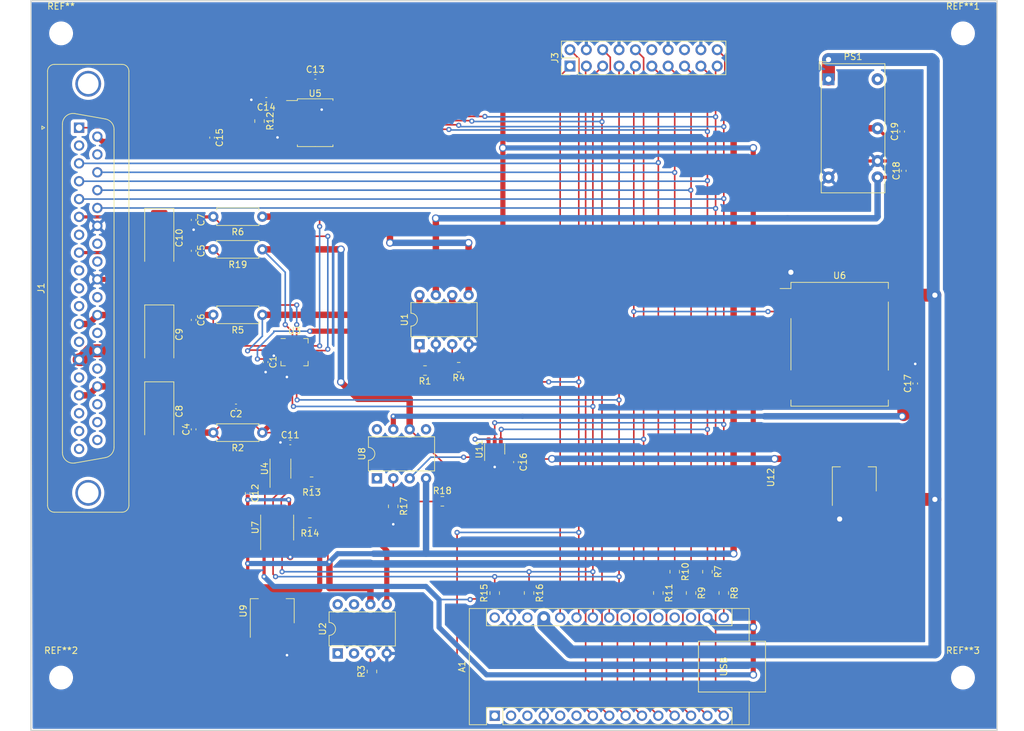
<source format=kicad_pcb>
(kicad_pcb (version 20221018) (generator pcbnew)
  (layers (0 "F.Cu" signal) (31 "B.Cu" signal) (34 "B.Paste" user) (35 "F.Paste" user) (36 "B.SilkS" user "B.Silkscreen") (37 "F.SilkS" user "F.Silkscreen") (38 "B.Mask" user) (39 "F.Mask" user) (44 "Edge.Cuts" user))
  (net 0 "")
  (net 4 "GND")
  (net 7 "+3.3V")
  (net 8 "/DETEC_-12VA")
  (net 9 "/DETEC_HTR")
  (net 10 "/DETEC_+12VA")
  (net 11 "/DETEC_+3v3")
  (net 12 "/-12V_UNSWITCHED")
  (net 13 "Net-(U4-A0)")
  (net 14 "/DETEC_TRP")
  (net 15 "/DETEC_TRP_RTN")
  (net 16 "Net-(U11B-+V_A)")
  (net 18 "/SWIR_DAC_CS")
  (net 19 "/DETEC_MOSI")
  (net 20 "/DETEC_SCK")
  (net 28 "/MWIR_DAC_CS")
  (net 29 "/DETEC_ADC_CS")
  (net 39 "+5V")
  (net 41 "/EN_12V")
  (net 42 "Net-(R1-Pad2)")
  (net 43 "Net-(R3-Pad2)")
  (net 44 "/EN_3V3")
  (net 45 "Net-(R4-Pad2)")
  (net 46 "Net-(A1-D11)")
  (net 47 "Net-(A1-D13)")
  (net 48 "Net-(A1-D10)")
  (net 49 "Net-(A1-D9)")
  (net 50 "Net-(U5-BIAS)")
  (net 51 "Net-(U5-ISENSOR)")
  (net 52 "/PowerSupplies/SDA2")
  (net 53 "/PowerSupplies/SCL2")
  (net 54 "/SDA")
  (net 55 "/SCL")
  (net 56 "Net-(U8--)")
  (net 57 "/BoardHeater/+12V_HTR")
  (net 66 "/RTD_MON_CS")
  (net 67 "/DETEC_MISO")
  (net 69 "/HTR_EN")
  (net 73 "Net-(U11A-Va)")
  (net 76 "/HTR_DAC_CS")
  (net 77 "/TRIG")
  (net 85 "Net-(U2-S2')")
  (net 88 "Net-(U1-S2')")
  (net 93 "Net-(A1-D8)")
  (net 94 "/BoardHeater/+15V")
  (net 96 "Net-(U1-S1)")
  (net 97 "/PowerSupplies/+12V_Unswitched")
  (footprint "Module:Arduino_Nano" (layer "F.Cu") (at 91.44 146.304 90)
    (fp_text reference "A1")
    (fp_text value "Arduino_Nano_v2.x")
  )
  (footprint "Resistor_SMD:R_0805_2012Metric" (layer "F.Cu") (at 72.39 139.434 90)
    (fp_text reference "R3")
    (fp_text value "1K")
  )
  (footprint "Connector_Dsub:DSUB-37_Female_Vertical_P2.77x2.84mm_MountingHoles" (layer "F.Cu") (at 26.924 55.027 90)
    (fp_text reference "J1")
    (fp_text value "DC37_Receptacle")
  )
  (footprint "Capacitor_SMD:C_0402_1005Metric" (layer "F.Cu") (at 44.704 84.864 -90)
    (fp_text reference "C6")
    (fp_text value "100nF")
  )
  (footprint "Package_SO:SOIC-8_3.9x4.9mm_P1.27mm" (layer "F.Cu") (at 57.672 117.094 90)
    (fp_text reference "U7")
    (fp_text value "ISO1540")
  )
  (footprint "Connector_PinHeader_2.54mm:PinHeader_2x10_P2.54mm_Vertical" (layer "F.Cu") (at 103.124 45.466 90)
    (fp_text reference "J3")
    (fp_text value "Conn_02x10_Odd_Even")
  )
  (footprint "Capacitor_SMD:C_0402_1005Metric" (layer "F.Cu") (at 44.704 69.342 -90)
    (fp_text reference "C7")
    (fp_text value "100nF")
  )
  (footprint "Capacitor_Tantalum_SMD:CP_EIA-7343-31_Kemet-D_Pad2.25x2.55mm_HandSolder" (layer "F.Cu") (at 39.37 99.06 -90)
    (fp_text reference "C8")
    (fp_text value "10uF")
  )
  (footprint "Resistor_SMD:R_0805_2012Metric" (layer "F.Cu") (at 54.931802 54.001 -90)
    (fp_text reference "R12")
    (fp_text value "4K")
  )
  (footprint "Resistor_SMD:R_0805_2012Metric" (layer "F.Cu") (at 85.852 92.202 180)
    (fp_text reference "R4")
    (fp_text value "1K")
  )
  (footprint "Resistor_SMD:R_0805_2012Metric" (layer "F.Cu") (at 62.752 116.332 180)
    (fp_text reference "R14")
    (fp_text value "3k3")
  )
  (footprint "Package_TO_SOT_SMD:SOT-223-3_TabPin2" (layer "F.Cu") (at 56.91 130.048 90)
    (fp_text reference "U9")
    (fp_text value "LD1117S33TR_SOT223")
  )
  (footprint "Resistor_SMD:R_0805_2012Metric" (layer "F.Cu") (at 91.44 127.266 90)
    (fp_text reference "R15")
    (fp_text value "3k3")
  )
  (footprint "Package_DIP:DIP-8_W7.62mm" (layer "F.Cu") (at 67.066 136.642 90)
    (fp_text reference "U2")
    (fp_text value "VOR2121A8")
  )
  (footprint "Package_DFN_QFN:Texas_RGV_S-PVQFN-N16_EP2.1x2.1mm" (layer "F.Cu") (at 60.3675 89.875)
    (fp_text reference "U3")
    (fp_text value "INA3221")
  )
  (footprint "Resistor_SMD:R_0805_2012Metric" (layer "F.Cu") (at 121.92 127.254 -90)
    (fp_text reference "R9")
    (fp_text value "33R")
  )
  (footprint "Package_SO:SSOP-20_5.3x7.2mm_P0.65mm" (layer "F.Cu") (at 63.567802 54.255)
    (fp_text reference "U5")
    (fp_text value "MAX31865xAP")
  )
  (footprint "Package_SO:VSSOP-10_3x3mm_P0.5mm" (layer "F.Cu") (at 58.18 107.95 90)
    (fp_text reference "U4")
    (fp_text value "INA238AQDGSRQ1")
  )
  (footprint "Capacitor_SMD:C_0402_1005Metric" (layer "F.Cu") (at 53.1 111.76 -90)
    (fp_text reference "C12")
    (fp_text value "100nF")
  )
  (footprint "Resistor_SMD:R_0805_2012Metric" (layer "F.Cu") (at 119.38 123.952 -90)
    (fp_text reference "R10")
    (fp_text value "33R")
  )
  (footprint "Resistor_SMD:R_0805_2012Metric" (layer "F.Cu") (at 80.6215 92.722 180)
    (fp_text reference "R1")
    (fp_text value "1K")
  )
  (footprint "Package_TO_SOT_SMD:SOT-23-6" (layer "F.Cu") (at 91.44 104.902 90)
    (fp_text reference "U11")
    (fp_text value "DAC121S101")
  )
  (footprint "Resistor_SMD:R_0805_2012Metric" (layer "F.Cu") (at 124.46 123.952 -90)
    (fp_text reference "R7")
    (fp_text value "33R")
  )
  (footprint "Converter_DCDC:Converter_DCDC_XP_POWER-ISU02_SMD" (layer "F.Cu") (at 144.981 88.646)
    (fp_text reference "U6")
    (fp_text value "ISU0205S15")
  )
  (footprint "MountingHole:MountingHole_3.2mm_M3" (layer "F.Cu") (at 164.13 40.386)
    (fp_text reference "REF**1")
    (fp_text value "MountingHole_3.2mm_M3")
  )
  (footprint "MountingHole:MountingHole_3.2mm_M3" (layer "F.Cu") (at 164.13 140.386)
    (fp_text reference "REF**3")
    (fp_text value "MountingHole_3.2mm_M3")
  )
  (footprint "Resistor_SMD:R_0805_2012Metric" (layer "F.Cu") (at 96.774 127.254 -90)
    (fp_text reference "R16")
    (fp_text value "3k3")
  )
  (footprint "Capacitor_SMD:C_0402_1005Metric" (layer "F.Cu") (at 47.565802 56.569 -90)
    (fp_text reference "C15")
    (fp_text value "0.1u")
  )
  (footprint "Resistor_SMD:R_0805_2012Metric" (layer "F.Cu") (at 75.682 113.802 -90)
    (fp_text reference "R17")
    (fp_text value "1k")
  )
  (footprint "Capacitor_SMD:C_0402_1005Metric" (layer "F.Cu") (at 154.686 55.626 90)
    (fp_text reference "C19")
    (fp_text value "100nF")
  )
  (footprint "Capacitor_SMD:C_0402_1005Metric" (layer "F.Cu") (at 55.975802 50.699 180)
    (fp_text reference "C14")
    (fp_text value "0.1u")
  )
  (footprint "Capacitor_SMD:C_0402_1005Metric" (layer "F.Cu") (at 59.704 103.886)
    (fp_text reference "C11")
    (fp_text value "100nF")
  )
  (footprint "Capacitor_SMD:C_0402_1005Metric" (layer "F.Cu") (at 63.595802 47.143)
    (fp_text reference "C13")
    (fp_text value "0.1u")
  )
  (footprint "MountingHole:MountingHole_3.2mm_M3" (layer "F.Cu") (at 24.13 140.386)
    (fp_text reference "REF**2")
    (fp_text value "MountingHole_3.2mm_M3")
  )
  (footprint "Capacitor_SMD:C_0402_1005Metric" (layer "F.Cu") (at 55.88 91.412 -90)
    (fp_text reference "C1")
    (fp_text value "100nF")
  )
  (footprint "MountingHole:MountingHole_3.2mm_M3" (layer "F.Cu") (at 24.13 40.386)
    (fp_text reference "REF**")
    (fp_text value "MountingHole_3.2mm_M3")
  )
  (footprint "Capacitor_Tantalum_SMD:CP_EIA-7343-31_Kemet-D_Pad2.25x2.55mm_HandSolder" (layer "F.Cu") (at 39.37 72.136 -90)
    (fp_text reference "C10")
    (fp_text value "10uF")
  )
  (footprint "Package_TO_SOT_SMD:SOT-223-3_TabPin2" (layer "F.Cu") (at 147.256 109.576 90)
    (fp_text reference "U12")
    (fp_text value "LD1117S33TR_SOT223")
  )
  (footprint "Capacitor_SMD:C_0402_1005Metric" (layer "F.Cu") (at 156.718 94.742 90)
    (fp_text reference "C17")
    (fp_text value "0.1u")
  )
  (footprint "Package_DIP:DIP-8_W7.62mm" (layer "F.Cu") (at 79.766 88.636 90)
    (fp_text reference "U1")
    (fp_text value "VOR2121A8")
  )
  (footprint "Resistor_THT:R_Axial_DIN0207_L6.3mm_D2.5mm_P7.62mm_Horizontal" (layer "F.Cu") (at 55.372 73.914 180)
    (fp_text reference "R19")
    (fp_text value "0.1R")
  )
  (footprint "Resistor_THT:R_Axial_DIN0207_L6.3mm_D2.5mm_P7.62mm_Horizontal" (layer "F.Cu") (at 55.372 102.362 180)
    (fp_text reference "R2")
    (fp_text value "0.1R")
  )
  (footprint "Capacitor_Tantalum_SMD:CP_EIA-7343-31_Kemet-D_Pad2.25x2.55mm_HandSolder" (layer "F.Cu") (at 39.37 87.122 -90)
    (fp_text reference "C9")
    (fp_text value "10uF")
  )
  (footprint "Converter_DCDC:Converter_DCDC_XP_POWER-IAxxxxD_THT" (layer "F.Cu") (at 143.256 47.498)
    (fp_text reference "PS1")
    (fp_text value "IR0512S")
  )
  (footprint "Capacitor_SMD:C_0402_1005Metric" (layer "F.Cu") (at 154.94 61.722 90)
    (fp_text reference "C18")
    (fp_text value "100nF")
  )
  (footprint "Resistor_SMD:R_0805_2012Metric" (layer "F.Cu") (at 83.312 113.03)
    (fp_text reference "R18")
    (fp_text value "3k3")
  )
  (footprint "Package_DIP:DIP-8_W7.62mm" (layer "F.Cu") (at 73.162 109.464 90)
    (fp_text reference "U8")
    (fp_text value "OPA551P")
  )
  (footprint "Capacitor_SMD:C_0402_1005Metric" (layer "F.Cu") (at 44.704 101.854 90)
    (fp_text reference "C4")
    (fp_text value "100nF")
  )
  (footprint "Resistor_THT:R_Axial_DIN0207_L6.3mm_D2.5mm_P7.62mm_Horizontal" (layer "F.Cu") (at 55.372 84.074 180)
    (fp_text reference "R5")
    (fp_text value "0.1R")
  )
  (footprint "Capacitor_SMD:C_0402_1005Metric" (layer "F.Cu") (at 51.28 98.298 180)
    (fp_text reference "C2")
    (fp_text value "10nF")
  )
  (footprint "Resistor_THT:R_Axial_DIN0207_L6.3mm_D2.5mm_P7.62mm_Horizontal" (layer "F.Cu") (at 55.372 68.834 180)
    (fp_text reference "R6")
    (fp_text value "1R")
  )
  (footprint "Capacitor_SMD:C_0402_1005Metric" (layer "F.Cu") (at 44.704 74.14 -90)
    (fp_text reference "C5")
    (fp_text value "100nF")
  )
  (footprint "Capacitor_SMD:C_0402_1005Metric" (layer "F.Cu") (at 94.742 106.934 -90)
    (fp_text reference "C16")
    (fp_text value "0.1u")
  )
  (footprint "Resistor_SMD:R_0805_2012Metric" (layer "F.Cu") (at 127 127.254 -90)
    (fp_text reference "R8")
    (fp_text value "33R")
  )
  (footprint "Resistor_SMD:R_0805_2012Metric" (layer "F.Cu") (at 63.018 109.982 180)
    (fp_text reference "R13")
    (fp_text value "3k3")
  )
  (footprint "Resistor_SMD:R_0805_2012Metric" (layer "F.Cu") (at 116.84 127.254 -90)
    (fp_text reference "R11")
    (fp_text value "33R")
  )
  (gr_rect (start 19.4545 35.306) (end 169.418 148.59) (stroke (width 0.2)) (fill none) (layer "Edge.Cuts"))
  (segment (start 59.3925 93.5155) (end 59.182 93.726) (width 0.25) (layer "F.Cu") (net 4))
  (segment (start 59.577 121.539) (end 59.704 121.666) (width 1) (layer "F.Cu") (net 4))
  (segment (start 57.736802 56.53) (end 57.725802 56.541) (width 0.25) (layer "F.Cu") (net 4))
  (segment (start 61.004198 56.53) (end 60.067802 56.53) (width 0.25) (layer "F.Cu") (net 4))
  (segment (start 154.686 55.146) (end 154.870386 55.146) (width 0.5) (layer "F.Cu") (net 4))
  (segment (start 136.906 81.026) (end 136.906 77.978) (width 2) (layer "F.Cu") (net 4))
  (segment (start 65.345802 52.223) (end 65.345802 55.88) (width 0.25) (layer "F.Cu") (net 4))
  (segment (start 59.21 136.892) (end 59.196 136.906) (width 1) (layer "F.Cu") (net 4))
  (segment (start 154.870386 55.146) (end 155.446 55.721614) (width 0.5) (layer "F.Cu") (net 4))
  (segment (start 61.654198 55.88) (end 61.004198 56.53) (width 0.25) (layer "F.Cu") (net 4))
  (segment (start 156.718 94.262) (end 153.645 94.262) (width 0.5) (layer "F.Cu") (net 4))
  (segment (start 44.704 85.344) (end 44.348 85.344) (width 0.8) (layer "F.Cu") (net 4))
  (segment (start 29.764 78.572) (end 36.134 78.572) (width 0.8) (layer "F.Cu") (net 4))
  (segment (start 91.44 106.0395) (end 91.44 107.696) (width 0.25) (layer "F.Cu") (net 4))
  (segment (start 65.345802 52.223) (end 67.067802 52.223) (width 0.25) (layer "F.Cu") (net 4))
  (segment (start 153.645 94.262) (end 153.109 93.726) (width 0.5) (layer "F.Cu") (net 4))
  (segment (start 150.876 60.198) (end 145.796 60.198) (width 0.5) (layer "F.Cu") (net 4))
  (segment (start 144.956 115.746) (end 144.984 115.774) (width 1) (layer "F.Cu") (net 4))
  (segment (start 36.134 78.572) (end 39.37 75.336) (width 0.8) (layer "F.Cu") (net 4))
  (segment (start 44.348 85.344) (end 39.37 90.322) (width 0.8) (layer "F.Cu") (net 4))
  (segment (start 59.3925 91.7375) (end 59.3925 93.5155) (width 0.25) (layer "F.Cu") (net 4))
  (segment (start 150.876 60.198) (end 153.896 60.198) (width 0.5) (layer "F.Cu") (net 4))
  (segment (start 155.446 55.721614) (end 155.446 59.184) (width 0.5) (layer "F.Cu") (net 4))
  (segment (start 156.718 94.262) (end 156.718 91.694) (width 0.5) (layer "F.Cu") (net 4))
  (segment (start 64.583802 52.223) (end 65.345802 52.223) (width 0.25) (layer "F.Cu") (net 4))
  (segment (start 27.24763 91.037) (end 26.924 91.037) (width 2) (layer "F.Cu") (net 4))
  (segment (start 67.067802 52.477) (end 67.067802 51.98) (width 0.25) (layer "F.Cu") (net 4))
  (segment (start 60.067802 56.53) (end 57.736802 56.53) (width 0.25) (layer "F.Cu") (net 4))
  (segment (start 136.906 77.978) (end 137.414 77.47) (width 2) (layer "F.Cu") (net 4))
  (segment (start 75.682 116.576) (end 75.692 116.586) (width 0.25) (layer "F.Cu") (net 4))
  (segment (start 145.796 60.198) (end 143.256 62.738) (width 0.5) (layer "F.Cu") (net 4))
  (segment (start 58.18 105.75) (end 58.18 103.886) (width 0.25) (layer "F.Cu") (net 4))
  (segment (start 29.764 89.652) (end 28.63263 89.652) (width 2) (layer "F.Cu") (net 4))
  (segment (start 94.742 107.414) (end 91.722 107.414) (width 0.25) (layer "F.Cu") (net 4))
  (segment (start 57.374 90.2) (end 57.15 90.424) (width 0.25) (layer "F.Cu") (net 4))
  (segment (start 59.577 119.569) (end 59.577 121.539) (width 1) (layer "F.Cu") (net 4))
  (segment (start 44.704 74.62) (end 40.086 74.62) (width 0.8) (layer "F.Cu") (net 4))
  (segment (start 28.63263 89.652) (end 27.24763 91.037) (width 2) (layer "F.Cu") (net 4))
  (segment (start 44.704 69.822) (end 44.704 70.866) (width 0.25) (layer "F.Cu") (net 4))
  (segment (start 55.88 91.892) (end 55.88 92.964) (width 0.25) (layer "F.Cu") (net 4))
  (segment (start 39.98 95.86) (end 44.704 100.584) (width 2) (layer "F.Cu") (net 4))
  (segment (start 55.495802 50.699) (end 53.661802 50.699) (width 0.25) (layer "F.Cu") (net 4))
  (segment (start 64.075802 47.143) (end 64.075802 51.715) (width 0.25) (layer "F.Cu") (net 4))
  (segment (start 75.682 114.552) (end 75.682 116.576) (width 0.25) (layer "F.Cu") (net 4))
  (segment (start 154.164 60.466) (end 154.94 61.242) (width 0.5) (layer "F.Cu") (net 4))
  (segment (start 67.067802 55.88) (end 65.345802 55.88) (width 0.25) (layer "F.Cu") (net 4))
  (segment (start 39.37 90.322) (end 39.37 95.86) (width 2) (layer "F.Cu") (net 4))
  (segment (start 40.086 74.62) (end 39.37 75.336) (width 0.8) (layer "F.Cu") (net 4))
  (segment (start 59.21 133.198) (end 59.21 136.892) (width 1) (layer "F.Cu") (net 4))
  (segment (start 29.764 89.652) (end 38.7 89.652) (width 2) (layer "F.Cu") (net 4))
  (segment (start 38.7 89.652) (end 39.37 90.322) (width 2) (layer "F.Cu") (net 4))
  (segment (start 67.067802 52.63) (end 67.067802 52.477) (width 0.25) (layer "F.Cu") (net 4))
  (segment (start 155.446 59.184) (end 154.164 60.466) (width 0.5) (layer "F.Cu") (net 4))
  (segment (start 58.505 90.2) (end 57.374 90.2) (width 0.25) (layer "F.Cu") (net 4))
  (segment (start 153.896 60.198) (end 154.164 60.466) (width 0.5) (layer "F.Cu") (net 4))
  (segment (start 144.956 112.726) (end 144.956 115.746) (width 1) (layer "F.Cu") (net 4))
  (segment (start 64.075802 51.715) (end 64.583802 52.223) (width 0.25) (layer "F.Cu") (net 4))
  (segment (start 39.37 95.86) (end 39.98 95.86) (width 2) (layer "F.Cu") (net 4))
  (segment (start 91.722 107.414) (end 91.44 107.696) (width 0.25) (layer "F.Cu") (net 4))
  (segment (start 65.345802 55.88) (end 61.654198 55.88) (width 0.25) (layer "F.Cu") (net 4))
  (via (at 55.88 92.964) (size 0.8) (drill 0.4) (layers "F.Cu" "B.Cu") (net 4))
  (via (at 59.704 121.666) (size 0.8) (drill 0.4) (layers "F.Cu" "B.Cu") (net 4))
  (via (at 57.725802 56.541) (size 0.8) (drill 0.4) (layers "F.Cu" "B.Cu") (net 4))
  (via (at 156.718 91.694) (size 0.8) (drill 0.4) (layers "F.Cu" "B.Cu") (net 4))
  (via (at 144.984 115.774) (size 1.2) (drill 0.8) (layers "F.Cu" "B.Cu") (net 4))
  (via (at 53.661802 50.699) (size 0.8) (drill 0.4) (layers "F.Cu" "B.Cu") (net 4))
  (via (at 59.182 93.726) (size 0.8) (drill 0.4) (layers "F.Cu" "B.Cu") (net 4))
  (via (at 64.583802 52.223) (size 0.8) (drill 0.4) (layers "F.Cu" "B.Cu") (net 4))
  (via (at 137.414 77.47) (size 1.2) (drill 0.8) (layers "F.Cu" "B.Cu") (net 4))
  (via (at 59.196 136.906) (size 0.8) (drill 0.4) (layers "F.Cu" "B.Cu") (net 4))
  (via (at 44.704 70.866) (size 0.8) (drill 0.4) (layers "F.Cu" "B.Cu") (net 4))
  (via (at 75.692 116.586) (size 0.8) (drill 0.4) (layers "F.Cu" "B.Cu") (net 4))
  (via (at 57.15 90.424) (size 0.8) (drill 0.4) (layers "F.Cu" "B.Cu") (net 4))
  (via (at 58.18 103.886) (size 0.8) (drill 0.4) (layers "F.Cu" "B.Cu") (net 4))
  (via (at 91.44 107.696) (size 0.8) (drill 0.4) (layers "F.Cu" "B.Cu") (net 4))
  (segment (start 58.166 50.8) (end 58.166 51.562) (width 1) (layer "F.Cu") (net 7))
  (segment (start 58.505 90.85) (end 58.169 91.186) (width 0.25) (layer "F.Cu") (net 7))
  (segment (start 55.64 124.714) (end 55.64 119.696) (width 0.5) (layer "F.Cu") (net 7))
  (segment (start 56.162 91.186) (end 55.88 90.904) (width 0.25) (layer "F.Cu") (net 7))
  (segment (start 60.067802 51.98) (end 56.720801 51.98) (width 0.25) (layer "F.Cu") (net 7))
  (segment (start 62.992 46.133) (end 61.763703 46.133) (width 1) (layer "F.Cu") (net 7))
  (segment (start 63.115802 46.256802) (end 62.992 46.133) (width 0.25) (layer "F.Cu") (net 7))
  (segment (start 92.71 82.042) (end 91.694 83.058) (width 0.8) (layer "F.Cu") (net 7))
  (segment (start 55.64 119.696) (end 55.767 119.569) (width 0.5) (layer "F.Cu") (net 7))
  (segment (start 58.169 91.186) (end 56.162 91.186) (width 0.25) (layer "F.Cu") (net 7))
  (segment (start 58.674 46.228) (end 58.166 46.736) (width 1) (layer "F.Cu") (net 7))
  (segment (start 92.71 46.482) (end 92.71 58.166) (width 0.8) (layer "F.Cu") (net 7))
  (segment (start 62.738 86.614) (end 81.788 86.614) (width 0.8) (layer "F.Cu") (net 7))
  (segment (start 131.572 132.564) (end 131.572 58.166) (width 0.8) (layer "F.Cu") (net 7))
  (segment (start 58.166 46.736) (end 58.166 50.8) (width 1) (layer "F.Cu") (net 7))
  (segment (start 67.818 46.133) (end 62.992 46.133) (width 1) (layer "F.Cu") (net 7))
  (segment (start 84.846 82.14737) (end 84.846 81.016) (width 1) (layer "F.Cu") (net 7))
  (segment (start 87.7215 128.1785) (end 87.63 128.27) (width 0.25) (layer "F.Cu") (net 7))
  (segment (start 92.456 46.228) (end 92.71 46.482) (width 0.8) (layer "F.Cu") (net 7))
  (segment (start 96.774 128.004) (end 91.452 128.004) (width 0.25) (layer "F.Cu") (net 7))
  (segment (start 58.769 46.133) (end 58.674 46.228) (width 1) (layer "F.Cu") (net 7))
  (segment (start 131.572 132.564) (end 131.572 139.954) (width 0.8) (layer "F.Cu") (net 7))
  (segment (start 91.44 128.1785) (end 87.7215 128.1785) (width 0.25) (layer "F.Cu") (net 7))
  (segment (start 60.067802 52.63) (end 60.067802 51.98) (width 0.25) (layer "F.Cu") (net 7))
  (segment (start 91.694 83.058) (end 85.75663 83.058) (width 0.8) (layer "F.Cu") (net 7))
  (segment (start 63.115802 47.143) (end 63.115802 46.256802) (width 0.25) (layer "F.Cu") (net 7))
  (segment (start 54.61 90.932) (end 55.88 90.932) (width 0.25) (layer "F.Cu") (net 7))
  (segment (start 61.763703 46.133) (end 58.769 46.133) (width 1) (layer "F.Cu") (net 7))
  (segment (start 92.71 58.166) (end 92.71 82.042) (width 0.8) (layer "F.Cu") (net 7))
  (segment (start 67.818 46.133) (end 67.913 46.228) (width 0.8) (layer "F.Cu") (net 7))
  (segment (start 85.550315 82.851685) (end 84.846 82.14737) (width 1) (layer "F.Cu") (net 7))
  (segment (start 81.788 86.614) (end 85.550315 82.851685) (width 0.8) (layer "F.Cu") (net 7))
  (segment (start 67.913 46.228) (end 92.456 46.228) (width 0.8) (layer "F.Cu") (net 7))
  (segment (start 56.455802 51.715001) (end 56.455802 50.699) (width 0.25) (layer "F.Cu") (net 7))
  (segment (start 91.452 128.004) (end 91.44 128.016) (width 0.25) (layer "F.Cu") (net 7))
  (segment (start 85.75663 83.058) (end 85.550315 82.851685) (width 0.8) (layer "F.Cu") (net 7))
  (segment (start 56.720801 51.98) (end 56.455802 51.715001) (width 0.25) (layer "F.Cu") (net 7))
  (via (at 62.738 86.614) (size 0.8) (drill 0.4) (layers "F.Cu" "B.Cu") (net 7))
  (via (at 54.61 90.932) (size 0.8) (drill 0.4) (layers "F.Cu" "B.Cu") (net 7))
  (via (at 55.64 124.714) (size 0.8) (drill 0.4) (layers "F.Cu" "B.Cu") (net 7))
  (via (at 131.572 139.954) (size 1.2) (drill 0.8) (layers "F.Cu" "B.Cu") (net 7))
  (via (at 131.572 58.166) (size 1.2) (drill 0.8) (layers "F.Cu" "B.Cu") (net 7))
  (via (at 131.572 132.564) (size 1.2) (drill 0.8) (layers "F.Cu" "B.Cu") (net 7))
  (via (at 87.63 128.27) (size 0.8) (drill 0.4) (layers "F.Cu" "B.Cu") (net 7))
  (via (at 92.71 58.166) (size 1.2) (drill 0.8) (layers "F.Cu" "B.Cu") (net 7))
  (segment (start 82.804 128.27) (end 80.772 126.238) (width 0.8) (layer "B.Cu") (net 7))
  (segment (start 87.63 128.27) (end 82.804 128.27) (width 0.25) (layer "B.Cu") (net 7))
  (segment (start 57.164 126.238) (end 55.64 124.714) (width 0.8) (layer "B.Cu") (net 7))
  (segment (start 82.804 132.588) (end 82.804 128.27) (width 0.8) (layer "B.Cu") (net 7))
  (segment (start 54.61 89.326) (end 57.15 86.786) (width 0.25) (layer "B.Cu") (net 7))
  (segment (start 57.15 86.614) (end 62.738 86.614) (width 0.25) (layer "B.Cu") (net 7))
  (segment (start 131.572 139.954) (end 90.17 139.954) (width 0.8) (layer "B.Cu") (net 7))
  (segment (start 125.96 132.564) (end 131.572 132.564) (width 1) (layer "B.Cu") (net 7))
  (segment (start 90.17 139.954) (end 82.804 132.588) (width 0.8) (layer "B.Cu") (net 7))
  (segment (start 124.46 131.064) (end 125.96 132.564) (width 1) (layer "B.Cu") (net 7))
  (segment (start 57.15 86.786) (end 57.15 86.614) (width 0.25) (layer "B.Cu") (net 7))
  (segment (start 54.61 90.932) (end 54.61 89.326) (width 0.25) (layer "B.Cu") (net 7))
  (segment (start 131.572 58.166) (end 92.71 58.166) (width 0.8) (layer "B.Cu") (net 7))
  (segment (start 80.772 126.238) (end 57.164 126.238) (width 0.8) (layer "B.Cu") (net 7))
  (segment (start 29.764 95.192) (end 32.302 95.192) (width 1) (layer "F.Cu") (net 8))
  (segment (start 57.68 105.75) (end 57.68 106.540685) (width 0.25) (layer "F.Cu") (net 8))
  (segment (start 39.472 102.362) (end 47.752 102.362) (width 1) (layer "F.Cu") (net 8))
  (segment (start 28.379 96.577) (end 29.764 95.192) (width 1) (layer "F.Cu") (net 8))
  (segment (start 50.8 99.314) (end 47.752 102.362) (width 0.25) (layer "F.Cu") (net 8))
  (segment (start 52.324 106.934) (end 57.286685 106.934) (width 0.25) (layer "F.Cu") (net 8))
  (segment (start 39.37 102.26) (end 39.472 102.362) (width 1) (layer "F.Cu") (net 8))
  (segment (start 32.302 95.192) (end 39.37 102.26) (width 1) (layer "F.Cu") (net 8))
  (segment (start 57.68 106.540685) (end 57.286685 106.934) (width 0.25) (layer "F.Cu") (net 8))
  (segment (start 26.924 96.577) (end 28.379 96.577) (width 1) (layer "F.Cu") (net 8))
  (segment (start 50.8 98.298) (end 50.8 99.314) (width 0.25) (layer "F.Cu") (net 8))
  (segment (start 52.324 106.934) (end 47.752 102.362) (width 0.25) (layer "F.Cu") (net 8))
  (segment (start 47.498 73.66) (end 47.752 73.914) (width 0.5) (layer "F.Cu") (net 9))
  (segment (start 44.704 73.66) (end 47.498 73.66) (width 0.5) (layer "F.Cu") (net 9))
  (segment (start 60.6925 85.6115) (end 60.706 85.598) (width 0.25) (layer "F.Cu") (net 9))
  (segment (start 38.156051 73.66) (end 44.704 73.66) (width 0.5) (layer "F.Cu") (net 9))
  (segment (start 56.388 82.55) (end 47.752 73.914) (width 0.25) (layer "F.Cu") (net 9))
  (segment (start 37.399051 74.417) (end 38.156051 73.66) (width 0.5) (layer "F.Cu") (net 9))
  (segment (start 60.706 82.55) (end 56.388 82.55) (width 0.25) (layer "F.Cu") (net 9))
  (segment (start 60.6925 88.0125) (end 60.6925 85.6115) (width 0.25) (layer "F.Cu") (net 9))
  (segment (start 26.924 74.417) (end 37.399051 74.417) (width 0.5) (layer "F.Cu") (net 9))
  (via (at 60.706 82.55) (size 0.8) (drill 0.4) (layers "F.Cu" "B.Cu") (net 9))
  (via (at 60.706 85.598) (size 0.8) (drill 0.4) (layers "F.Cu" "B.Cu") (net 9))
  (segment (start 60.706 85.598) (end 60.706 82.55) (width 0.25) (layer "B.Cu") (net 9))
  (segment (start 49.276 88.9) (end 47.752 87.376) (width 0.25) (layer "F.Cu") (net 10))
  (segment (start 47.752 87.376) (end 47.752 84.074) (width 0.25) (layer "F.Cu") (net 10))
  (segment (start 26.924 85.497) (end 28.379 85.497) (width 1) (layer "F.Cu") (net 10))
  (segment (start 28.379 85.497) (end 29.764 84.112) (width 1) (layer "F.Cu") (net 10))
  (segment (start 29.764 84.112) (end 47.714 84.112) (width 1) (layer "F.Cu") (net 10))
  (segment (start 58.505 88.9) (end 49.276 88.9) (width 0.25) (layer "F.Cu") (net 10))
  (segment (start 47.714 84.112) (end 47.752 84.074) (width 1) (layer "F.Cu") (net 10))
  (segment (start 62.23 89.55) (end 62.305 89.625) (width 0.25) (layer "F.Cu") (net 11))
  (segment (start 50.8 71.882) (end 47.752 68.834) (width 0.25) (layer "F.Cu") (net 11))
  (segment (start 65.315 89.625) (end 65.532 89.408) (width 0.25) (layer "F.Cu") (net 11))
  (segment (start 26.924 68.877) (end 47.709 68.877) (width 0.5) (layer "F.Cu") (net 11))
  (segment (start 62.305 89.625) (end 65.315 89.625) (width 0.25) (layer "F.Cu") (net 11))
  (segment (start 65.532 71.882) (end 50.8 71.882) (width 0.25) (layer "F.Cu") (net 11))
  (segment (start 47.709 68.877) (end 47.752 68.834) (width 0.5) (layer "F.Cu") (net 11))
  (via (at 65.532 89.408) (size 0.8) (drill 0.4) (layers "F.Cu" "B.Cu") (net 11))
  (via (at 65.532 71.882) (size 0.8) (drill 0.4) (layers "F.Cu" "B.Cu") (net 11))
  (segment (start 65.532 89.408) (end 65.532 71.882) (width 0.25) (layer "B.Cu") (net 11))
  (segment (start 65.786 122.428) (end 65.786 126.492) (width 1) (layer "F.Cu") (net 12))
  (segment (start 151.864 56.106) (end 154.686 56.106) (width 0.5) (layer "F.Cu") (net 12))
  (segment (start 63.514 105.156) (end 65.546 107.188) (width 0.25) (layer "F.Cu") (net 12))
  (segment (start 58.68 104.43) (end 59.224 103.886) (width 0.25) (layer "F.Cu") (net 12))
  (segment (start 59.920696 103.124) (end 63.514 103.124) (width 0.25) (layer "F.Cu") (net 12))
  (segment (start 128.524 55.118) (end 150.876 55.118) (width 1) (layer "F.Cu") (net 12))
  (segment (start 63.514 103.124) (end 63.514 105.156) (width 0.25) (layer "F.Cu") (net 12))
  (segment (start 53.1 131.688) (end 54.61 133.198) (width 0.5) (layer "F.Cu") (net 12))
  (segment (start 65.786 126.492) (end 71.892 126.492) (width 1) (layer "F.Cu") (net 12))
  (segment (start 65.546 107.188) (end 65.546 126.492) (width 0.25) (layer "F.Cu") (net 12))
  (segment (start 59.577 114.619) (end 59.577 112.903) (width 0.5) (layer "F.Cu") (net 12))
  (segment (start 59.577 112.903) (end 59.45 112.776) (width 0.5) (layer "F.Cu") (net 12))
  (segment (start 59.224 103.886) (end 59.224 103.820696) (width 0.25) (layer "F.Cu") (net 12))
  (segment (start 53.1 112.776) (end 53.1 131.688) (width 0.5) (layer "F.Cu") (net 12))
  (segment (start 71.892 126.492) (end 72.146 126.746) (width 1) (layer "F.Cu") (net 12))
  (segment (start 128.524 55.118) (end 128.524 121.158) (width 1) (layer "F.Cu") (net 12))
  (segment (start 58.68 105.75) (end 58.68 104.43) (width 0.25) (layer "F.Cu") (net 12))
  (segment (start 59.224 103.820696) (end 59.920696 103.124) (width 0.25) (layer "F.Cu") (net 12))
  (segment (start 72.146 126.746) (end 72.146 129.022) (width 1) (layer "F.Cu") (net 12))
  (segment (start 150.876 55.118) (end 151.864 56.106) (width 0.5) (layer "F.Cu") (net 12))
  (via (at 65.786 122.428) (size 0.8) (drill 0.4) (layers "F.Cu" "B.Cu") (net 12))
  (via (at 128.524 121.158) (size 1.2) (drill 0.8) (layers "F.Cu" "B.Cu") (net 12))
  (via (at 53.1 122.682) (size 0.8) (drill 0.4) (layers "F.Cu" "B.Cu") (net 12))
  (via (at 59.45 112.776) (size 0.8) (drill 0.4) (layers "F.Cu" "B.Cu") (net 12))
  (via (at 53.1 112.776) (size 0.8) (drill 0.4) (layers "F.Cu" "B.Cu") (net 12))
  (segment (start 72.644 121.158) (end 128.524 121.158) (width 1) (layer "B.Cu") (net 12))
  (segment (start 80.782 121.148) (end 80.782 109.464) (width 1) (layer "B.Cu") (net 12))
  (segment (start 59.45 112.776) (end 53.1 112.776) (width 0.5) (layer "B.Cu") (net 12))
  (segment (start 65.532 122.682) (end 53.1 122.682) (width 0.8) (layer "B.Cu") (net 12))
  (segment (start 67.056 121.158) (end 65.532 122.682) (width 0.8) (layer "B.Cu") (net 12))
  (segment (start 72.644 121.158) (end 67.056 121.158) (width 0.8) (layer "B.Cu") (net 12))
  (segment (start 80.772 121.158) (end 80.782 121.148) (width 1) (layer "B.Cu") (net 12))
  (segment (start 57.68 110.15) (end 57.68 108.040685) (width 0.25) (layer "F.Cu") (net 13))
  (segment (start 64.124 126.898) (end 56.91 126.898) (width 0.8) (layer "F.Cu") (net 13))
  (segment (start 60.184 103.886) (end 64.276 107.978) (width 0.8) (layer "F.Cu") (net 13))
  (segment (start 60.184 104.746) (end 60.184 103.886) (width 0.25) (layer "F.Cu") (net 13))
  (segment (start 57.68 108.040685) (end 59.18 106.540685) (width 0.25) (layer "F.Cu") (net 13))
  (segment (start 59.18 105.75) (end 60.184 104.746) (width 0.25) (layer "F.Cu") (net 13))
  (segment (start 64.276 107.978) (end 64.276 126.746) (width 0.8) (layer "F.Cu") (net 13))
  (segment (start 59.18 106.540685) (end 59.18 105.75) (width 0.25) (layer "F.Cu") (net 13))
  (segment (start 56.91 126.898) (end 56.91 133.198) (width 0.8) (layer "F.Cu") (net 13))
  (segment (start 55.484 111.28) (end 55.767 111.563) (width 0.25) (layer "F.Cu") (net 13))
  (segment (start 53.1 111.28) (end 55.484 111.28) (width 0.25) (layer "F.Cu") (net 13))
  (segment (start 57.18 110.15) (end 57.68 110.15) (width 0.25) (layer "F.Cu") (net 13))
  (segment (start 55.767 114.619) (end 55.767 111.563) (width 0.25) (layer "F.Cu") (net 13))
  (segment (start 55.767 111.563) (end 57.18 110.15) (width 0.25) (layer "F.Cu") (net 13))
  (segment (start 64.276 126.746) (end 64.124 126.898) (width 0.8) (layer "F.Cu") (net 13))
  (segment (start 60.067802 55.88) (end 58.487802 55.88) (width 0.25) (layer "F.Cu") (net 14))
  (segment (start 58.386802 55.779) (end 58.487802 55.88) (width 0.25) (layer "F.Cu") (net 14))
  (segment (start 46.503802 55.027) (end 46.538401 55.061599) (width 0.25) (layer "F.Cu") (net 14))
  (segment (start 56.164802 57.266) (end 54.677802 55.779) (width 0.25) (layer "F.Cu") (net 14))
  (segment (start 58.386802 55.779) (end 54.677802 55.779) (width 0.25) (layer "F.Cu") (net 14))
  (segment (start 60.067802 57.18) (end 59.981802 57.266) (width 0.25) (layer "F.Cu") (net 14))
  (segment (start 59.981802 57.266) (end 56.164802 57.266) (width 0.25) (layer "F.Cu") (net 14))
  (segment (start 47.565802 56.089) (end 46.538401 55.061599) (width 0.25) (layer "F.Cu") (net 14))
  (segment (start 54.677802 55.779) (end 47.875802 55.779) (width 0.25) (layer "F.Cu") (net 14))
  (segment (start 47.875802 55.779) (end 47.565802 56.089) (width 0.25) (layer "F.Cu") (net 14))
  (segment (start 26.924 55.027) (end 46.503802 55.027) (width 0.25) (layer "F.Cu") (net 14))
  (segment (start 47.464802 57.15) (end 47.565802 57.049) (width 0.8) (layer "F.Cu") (net 15))
  (segment (start 67.067802 56.53) (end 67.067802 57.18) (width 0.25) (layer "F.Cu") (net 15))
  (segment (start 49.343802 58.827) (end 47.565802 57.049) (width 0.25) (layer "F.Cu") (net 15))
  (segment (start 30.502 57.15) (end 47.464802 57.15) (width 0.8) (layer "F.Cu") (net 15))
  (segment (start 66.869802 58.827) (end 49.343802 58.827) (width 0.25) (layer "F.Cu") (net 15))
  (segment (start 66.869802 57.378) (end 66.869802 58.827) (width 0.25) (layer "F.Cu") (net 15))
  (segment (start 67.067802 57.18) (end 66.869802 57.378) (width 0.25) (layer "F.Cu") (net 15))
  (segment (start 29.764 56.412) (end 30.502 57.15) (width 0.8) (layer "F.Cu") (net 15))
  (segment (start 92.8045 106.454) (end 94.742 106.454) (width 0.25) (layer "F.Cu") (net 16))
  (segment (start 147.256 106.426) (end 134.874 106.426) (width 1) (layer "F.Cu") (net 16))
  (segment (start 94.742 106.454) (end 100.302 106.454) (width 0.25) (layer "F.Cu") (net 16))
  (segment (start 147.256 112.726) (end 147.256 106.426) (width 1) (layer "F.Cu") (net 16))
  (segment (start 92.39 106.0395) (end 92.8045 106.454) (width 0.25) (layer "F.Cu") (net 16))
  (via (at 100.33 106.426) (size 1.2) (drill 0.8) (layers "F.Cu" "B.Cu") (net 16))
  (via (at 134.874 106.426) (size 1.2) (drill 0.8) (layers "F.Cu" "B.Cu") (net 16))
  (segment (start 134.874 106.426) (end 100.33 106.426) (width 1) (layer "B.Cu") (net 16))
  (segment (start 116.84 46.482) (end 115.824 45.466) (width 0.25) (layer "F.Cu") (net 18))
  (segment (start 116.84 126.3415) (end 116.84 46.482) (width 0.25) (layer "F.Cu") (net 18))
  (via (at 116.84 60.452) (size 0.8) (drill 0.4) (layers "F.Cu" "B.Cu") (net 18))
  (segment (start 116.725 60.567) (end 116.84 60.452) (width 0.25) (layer "B.Cu") (net 18))
  (segment (start 26.924 60.567) (end 116.725 60.567) (width 0.25) (layer "B.Cu") (net 18))
  (segment (start 67.108802 55.271) (end 67.067802 55.23) (width 0.25) (layer "F.Cu") (net 19))
  (segment (start 124.46 46.482) (end 123.444 45.466) (width 0.25) (layer "F.Cu") (net 19))
  (segment (start 124.46 123.0395) (end 124.46 101.854) (width 0.25) (layer "F.Cu") (net 19))
  (segment (start 92.39 103.7645) (end 92.39 101.92) (width 0.25) (layer "F.Cu") (net 19))
  (segment (start 92.39 101.92) (end 92.456 101.854) (width 0.25) (layer "F.Cu") (net 19))
  (segment (start 84.328 55.3045) (end 84.2945 55.271) (width 0.25) (layer "F.Cu") (net 19))
  (segment (start 124.46 55.626) (end 124.46 46.482) (width 0.25) (layer "F.Cu") (net 19))
  (segment (start 84.2945 55.271) (end 67.108802 55.271) (width 0.25) (layer "F.Cu") (net 19))
  (segment (start 124.46 101.854) (end 124.46 63.246) (width 0.25) (layer "F.Cu") (net 19))
  (segment (start 124.46 63.246) (end 124.46 55.626) (width 0.25) (layer "F.Cu") (net 19))
  (via (at 92.456 101.854) (size 0.8) (drill 0.4) (layers "F.Cu" "B.Cu") (net 19))
  (via (at 84.328 55.3045) (size 0.8) (drill 0.4) (layers "F.Cu" "B.Cu") (net 19))
  (via (at 124.46 55.626) (size 0.8) (drill 0.4) (layers "F.Cu" "B.Cu") (net 19))
  (via (at 124.46 63.246) (size 0.8) (drill 0.4) (layers "F.Cu" "B.Cu") (net 19))
  (via (at 124.46 101.854) (size 0.8) (drill 0.4) (layers "F.Cu" "B.Cu") (net 19))
  (segment (start 124.2135 55.3795) (end 124.46 55.626) (width 0.25) (layer "B.Cu") (net 19))
  (segment (start 124.369 63.337) (end 124.46 63.246) (width 0.25) (layer "B.Cu") (net 19))
  (segment (start 84.328 55.3045) (end 84.403 55.3795) (width 0.25) (layer "B.Cu") (net 19))
  (segment (start 92.456 101.854) (end 124.46 101.854) (width 0.25) (layer "B.Cu") (net 19))
  (segment (start 84.403 55.3795) (end 124.2135 55.3795) (width 0.25) (layer "B.Cu") (net 19))
  (segment (start 26.924 63.337) (end 124.369 63.337) (width 0.25) (layer "B.Cu") (net 19))
  (segment (start 127 54.864) (end 127 47.498) (width 0.25) (layer "F.Cu") (net 20))
  (segment (start 85.852 54.6545) (end 85.7775 54.58) (width 0.25) (layer "F.Cu") (net 20))
  (segment (start 85.7775 54.58) (end 67.067802 54.58) (width 0.25) (layer "F.Cu") (net 20))
  (segment (start 127 101.092) (end 127 66.04) (width 0.25) (layer "F.Cu") (net 20))
  (segment (start 91.44 102.616) (end 91.44 103.7645) (width 0.25) (layer "F.Cu") (net 20))
  (segment (start 127 47.498) (end 127.159 47.339) (width 0.25) (layer "F.Cu") (net 20))
  (segment (start 91.44 102.616) (end 91.44 100.838) (width 0.25) (layer "F.Cu") (net 20))
  (segment (start 127.159 47.339) (end 127.159 44.101) (width 0.25) (layer "F.Cu") (net 20))
  (segment (start 127 66.04) (end 127 54.864) (width 0.25) (layer "F.Cu") (net 20))
  (segment (start 127 126.3415) (end 127 101.092) (width 0.25) (layer "F.Cu") (net 20))
  (segment (start 127.159 44.101) (end 125.984 42.926) (width 0.25) (layer "F.Cu") (net 20))
  (via (at 85.852 54.6545) (size 0.8) (drill 0.4) (layers "F.Cu" "B.Cu") (net 20))
  (via (at 127 66.04) (size 0.8) (drill 0.4) (layers "F.Cu" "B.Cu") (net 20))
  (via (at 91.44 100.838) (size 0.8) (drill 0.4) (layers "F.Cu" "B.Cu") (net 20))
  (via (at 127 101.092) (size 0.8) (drill 0.4) (layers "F.Cu" "B.Cu") (net 20))
  (via (at 127 54.864) (size 0.8) (drill 0.4) (layers "F.Cu" "B.Cu") (net 20))
  (segment (start 26.924 66.107) (end 126.933 66.107) (width 0.25) (layer "B.Cu") (net 20))
  (segment (start 126.746 100.838) (end 127 101.092) (width 0.25) (layer "B.Cu") (net 20))
  (segment (start 85.852 54.6545) (end 86.0615 54.864) (width 0.25) (layer "B.Cu") (net 20))
  (segment (start 126.933 66.107) (end 127 66.04) (width 0.25) (layer "B.Cu") (net 20))
  (segment (start 91.44 100.838) (end 126.746 100.838) (width 0.25) (layer "B.Cu") (net 20))
  (segment (start 86.0615 54.864) (end 127 54.864) (width 0.25) (layer "B.Cu") (net 20))
  (segment (start 119.38 46.482) (end 118.364 45.466) (width 0.25) (layer "F.Cu") (net 28))
  (segment (start 119.38 61.976) (end 119.38 46.482) (width 0.25) (layer "F.Cu") (net 28))
  (segment (start 119.38 123.0395) (end 119.38 61.976) (width 0.25) (layer "F.Cu") (net 28))
  (via (at 119.38 61.976) (size 0.8) (drill 0.4) (layers "F.Cu" "B.Cu") (net 28))
  (segment (start 29.764 61.952) (end 119.356 61.952) (width 0.25) (layer "B.Cu") (net 28))
  (segment (start 119.356 61.952) (end 119.38 61.976) (width 0.25) (layer "B.Cu") (net 28))
  (segment (start 121.92 126.3415) (end 121.92 46.482) (width 0.25) (layer "F.Cu") (net 29))
  (segment (start 121.92 46.482) (end 120.904 45.466) (width 0.25) (layer "F.Cu") (net 29))
  (via (at 121.872 64.722) (size 0.8) (drill 0.4) (layers "F.Cu" "B.Cu") (net 29))
  (segment (start 29.764 64.722) (end 121.872 64.722) (width 0.25) (layer "B.Cu") (net 29))
  (segment (start 143.256 44.45) (end 143.256 47.498) (width 2) (layer "F.Cu") (net 39))
  (segment (start 159.766 81.026) (end 153.056 81.026) (width 2) (layer "F.Cu") (net 39))
  (segment (start 149.556 112.726) (end 159.766 112.726) (width 2) (layer "F.Cu") (net 39))
  (via (at 143.256 44.45) (size 1.2) (drill 0.8) (layers "F.Cu" "B.Cu") (net 39))
  (via (at 159.766 112.726) (size 1.2) (drill 0.8) (layers "F.Cu" "B.Cu") (net 39))
  (via (at 159.766 81.026) (size 1.2) (drill 0.8) (layers "F.Cu" "B.Cu") (net 39))
  (segment (start 99.06 132.19537) (end 99.06 131.064) (width 2) (layer "B.Cu") (net 39))
  (segment (start 159.766 136.398) (end 103.26263 136.398) (width 2) (layer "B.Cu") (net 39))
  (segment (start 159.766 81.026) (end 159.766 136.398) (width 2) (layer "B.Cu") (net 39))
  (segment (start 159.258 44.45) (end 143.256 44.45) (width 2) (layer "B.Cu") (net 39))
  (segment (start 103.26263 136.398) (end 99.06 132.19537) (width 2) (layer "B.Cu") (net 39))
  (segment (start 159.512 81.28) (end 159.512 44.704) (width 2) (layer "B.Cu") (net 39))
  (segment (start 159.512 44.704) (end 159.258 44.45) (width 2) (layer "B.Cu") (net 39))
  (segment (start 81.534 92.722) (end 83.3 94.488) (width 0.25) (layer "F.Cu") (net 41))
  (segment (start 104.489 94.488) (end 104.489 44.291) (width 0.25) (layer "F.Cu") (net 41))
  (segment (start 104.489 117.856) (end 104.489 94.488) (width 0.25) (layer "F.Cu") (net 41))
  (segment (start 104.489 44.291) (end 103.124 42.926) (width 0.25) (layer "F.Cu") (net 41))
  (segment (start 83.3 94.488) (end 99.822 94.488) (width 0.25) (layer "F.Cu") (net 41))
  (segment (start 85.598 140.208) (end 72.414 140.208) (width 0.25) (layer "F.Cu") (net 41))
  (segment (start 85.598 117.856) (end 85.598 140.208) (width 0.25) (layer "F.Cu") (net 41))
  (segment (start 104.14 131.064) (end 104.489 130.715) (width 0.25) (layer "F.Cu") (net 41))
  (segment (start 104.489 130.715) (end 104.489 117.856) (width 0.25) (layer "F.Cu") (net 41))
  (via (at 104.489 117.856) (size 0.8) (drill 0.4) (layers "F.Cu" "B.Cu") (net 41))
  (via (at 99.822 94.488) (size 0.8) (drill 0.4) (layers "F.Cu" "B.Cu") (net 41))
  (via (at 85.598 117.856) (size 0.8) (drill 0.4) (layers "F.Cu" "B.Cu") (net 41))
  (via (at 104.489 94.488) (size 0.8) (drill 0.4) (layers "F.Cu" "B.Cu") (net 41))
  (segment (start 85.598 117.856) (end 104.489 117.856) (width 0.25) (layer "B.Cu") (net 41))
  (segment (start 99.822 94.488) (end 104.489 94.488) (width 0.25) (layer "B.Cu") (net 41))
  (segment (start 79.709 92.722) (end 79.766 92.665) (width 0.25) (layer "F.Cu") (net 42))
  (segment (start 79.766 92.665) (end 79.766 88.636) (width 0.25) (layer "F.Cu") (net 42))
  (segment (start 72.146 138.44) (end 72.39 138.684) (width 0.25) (layer "F.Cu") (net 43))
  (segment (start 72.146 136.642) (end 72.146 138.44) (width 0.25) (layer "F.Cu") (net 43))
  (segment (start 101.6 46.99) (end 103.124 45.466) (width 0.25) (layer "F.Cu") (net 44))
  (segment (start 101.6 92.202) (end 101.6 46.99) (width 0.25) (layer "F.Cu") (net 44))
  (segment (start 86.7645 92.202) (end 101.6 92.202) (width 0.25) (layer "F.Cu") (net 44))
  (segment (start 101.6 131.064) (end 101.6 93.726) (width 0.25) (layer "F.Cu") (net 44))
  (segment (start 101.6 93.726) (end 101.6 92.202) (width 0.25) (layer "F.Cu") (net 44))
  (segment (start 84.846 92.1085) (end 84.9395 92.202) (width 0.25) (layer "F.Cu") (net 45))
  (segment (start 84.846 88.636) (end 84.846 92.1085) (width 0.25) (layer "F.Cu") (net 45))
  (segment (start 123.19 126.1345) (end 123.19 145.034) (width 0.25) (layer "F.Cu") (net 46))
  (segment (start 123.19 145.034) (end 124.46 146.304) (width 0.25) (layer "F.Cu") (net 46))
  (segment (start 124.46 124.8645) (end 123.19 126.1345) (width 0.25) (layer "F.Cu") (net 46))
  (segment (start 127 131.064) (end 127 128.1665) (width 0.25) (layer "F.Cu") (net 47))
  (segment (start 120.65 129.4365) (end 120.65 145.034) (width 0.25) (layer "F.Cu") (net 48))
  (segment (start 120.65 145.034) (end 121.92 146.304) (width 0.25) (layer "F.Cu") (net 48))
  (segment (start 121.92 128.1665) (end 120.65 129.4365) (width 0.25) (layer "F.Cu") (net 48))
  (segment (start 118.11 126.1345) (end 119.38 124.8645) (width 0.25) (layer "F.Cu") (net 49))
  (segment (start 119.38 146.304) (end 118.11 145.034) (width 0.25) (layer "F.Cu") (net 49))
  (segment (start 118.11 145.034) (end 118.11 126.1345) (width 0.25) (layer "F.Cu") (net 49))
  (segment (start 60.067802 53.28) (end 54.960802 53.28) (width 0.25) (layer "F.Cu") (net 50))
  (segment (start 60.067802 53.28) (end 60.067802 53.93) (width 0.25) (layer "F.Cu") (net 50))
  (segment (start 54.960802 53.28) (end 54.931802 53.251) (width 0.25) (layer "F.Cu") (net 50))
  (segment (start 60.067802 55.23) (end 55.410802 55.23) (width 0.25) (layer "F.Cu") (net 51))
  (segment (start 55.410802 55.23) (end 54.931802 54.751) (width 0.25) (layer "F.Cu") (net 51))
  (segment (start 60.067802 54.58) (end 60.067802 55.23) (width 0.25) (layer "F.Cu") (net 51))
  (segment (start 61.386 109.1) (end 62.268 109.982) (width 0.25) (layer "F.Cu") (net 52))
  (segment (start 57.037 114.619) (end 57.037 112.583685) (width 0.25) (layer "F.Cu") (net 52))
  (segment (start 58.68 110.15) (end 58.68 109.359315) (width 0.25) (layer "F.Cu") (net 52))
  (segment (start 57.037 112.583685) (end 58.68 110.940685) (width 0.25) (layer "F.Cu") (net 52))
  (segment (start 58.939315 109.1) (end 61.386 109.1) (width 0.25) (layer "F.Cu") (net 52))
  (segment (start 58.68 110.940685) (end 58.68 110.15) (width 0.25) (layer "F.Cu") (net 52))
  (segment (start 58.68 109.359315) (end 58.939315 109.1) (width 0.25) (layer "F.Cu") (net 52))
  (segment (start 58.307 114.995751) (end 59.643249 116.332) (width 0.25) (layer "F.Cu") (net 53))
  (segment (start 58.307 114.619) (end 58.307 112.567685) (width 0.25) (layer "F.Cu") (net 53))
  (segment (start 58.307 114.619) (end 58.307 114.995751) (width 0.25) (layer "F.Cu") (net 53))
  (segment (start 59.18 111.694685) (end 59.18 110.15) (width 0.25) (layer "F.Cu") (net 53))
  (segment (start 58.307 112.567685) (end 59.18 111.694685) (width 0.25) (layer "F.Cu") (net 53))
  (segment (start 59.643249 116.332) (end 62.002 116.332) (width 0.25) (layer "F.Cu") (net 53))
  (segment (start 60.6925 97.2075) (end 60.767 97.282) (width 0.25) (layer "F.Cu") (net 54))
  (segment (start 91.44 126.3535) (end 91.44 124.714) (width 0.25) (layer "F.Cu") (net 54))
  (segment (start 109.22 131.064) (end 109.22 128.016) (width 0.25) (layer "F.Cu") (net 54))
  (segment (start 110.744 126.492) (end 110.744 124.714) (width 0.25) (layer "F.Cu") (net 54))
  (segment (start 57.037 119.569) (end 57.037 124.333) (width 0.25) (layer "F.Cu") (net 54))
  (segment (start 109.22 128.016) (end 110.744 126.492) (width 0.25) (layer "F.Cu") (net 54))
  (segment (start 60.6925 91.7375) (end 60.6925 97.2075) (width 0.25) (layer "F.Cu") (net 54))
  (segment (start 57.037 124.333) (end 57.418 124.714) (width 0.25) (layer "F.Cu") (net 54))
  (segment (start 110.744 124.714) (end 110.744 97.282) (width 0.25) (layer "F.Cu") (net 54))
  (segment (start 110.744 97.282) (end 110.744 45.466) (width 0.25) (layer "F.Cu") (net 54))
  (via (at 57.418 124.714) (size 0.8) (drill 0.4) (layers "F.Cu" "B.Cu") (net 54))
  (via (at 110.744 124.714) (size 0.8) (drill 0.4) (layers "F.Cu" "B.Cu") (net 54))
  (via (at 91.44 124.714) (size 0.8) (drill 0.4) (layers "F.Cu" "B.Cu") (net 54))
  (via (at 60.767 97.282) (size 0.8) (drill 0.4) (layers "F.Cu" "B.Cu") (net 54))
  (via (at 110.744 97.282) (size 0.8) (drill 0.4) (layers "F.Cu" "B.Cu") (net 54))
  (segment (start 91.44 124.714) (end 110.744 124.714) (width 0.25) (layer "B.Cu") (net 54))
  (segment (start 57.418 124.714) (end 91.44 124.714) (width 0.25) (layer "B.Cu") (net 54))
  (segment (start 60.767 97.282) (end 110.744 97.282) (width 0.25) (layer "B.Cu") (net 54))
  (segment (start 106.68 123.952) (end 106.68 98.298) (width 0.25) (layer "F.Cu") (net 55))
  (segment (start 96.774 126.3415) (end 96.774 123.952) (width 0.25) (layer "F.Cu") (net 55))
  (segment (start 60.042 96.111) (end 60.042 98.142) (width 0.25) (layer "F.Cu") (net 55))
  (segment (start 60.042 98.142) (end 60.198 98.298) (width 0.25) (layer "F.Cu") (net 55))
  (segment (start 106.68 46.99) (end 108.204 45.466) (width 0.25) (layer "F.Cu") (net 55))
  (segment (start 106.68 98.298) (end 106.68 46.99) (width 0.25) (layer "F.Cu") (net 55))
  (segment (start 58.434 119.696) (end 58.434 123.952) (width 0.25) (layer "F.Cu") (net 55))
  (segment (start 106.68 131.064) (end 106.68 123.952) (width 0.25) (layer "F.Cu") (net 55))
  (segment (start 60.0425 91.7375) (end 60.0425 96.1105) (width 0.25) (layer "F.Cu") (net 55))
  (segment (start 58.307 119.569) (end 58.434 119.696) (width 0.25) (layer "F.Cu") (net 55))
  (segment (start 60.0425 96.1105) (end 60.042 96.111) (width 0.25) (layer "F.Cu") (net 55))
  (via (at 60.198 98.298) (size 0.8) (drill 0.4) (layers "F.Cu" "B.Cu") (net 55))
  (via (at 106.68 123.952) (size 0.8) (drill 0.4) (layers "F.Cu" "B.Cu") (net 55))
  (via (at 58.434 123.952) (size 0.8) (drill 0.4) (layers "F.Cu" "B.Cu") (net 55))
  (via (at 96.774 123.952) (size 0.8) (drill 0.4) (layers "F.Cu" "B.Cu") (net 55))
  (via (at 106.68 98.298) (size 0.8) (drill 0.4) (layers "F.Cu" "B.Cu") (net 55))
  (segment (start 60.198 98.298) (end 106.68 98.298) (width 0.25) (layer "B.Cu") (net 55))
  (segment (start 96.774 123.952) (end 106.68 123.952) (width 0.25) (layer "B.Cu") (net 55))
  (segment (start 58.434 123.952) (end 96.774 123.952) (width 0.25) (layer "B.Cu") (net 55))
  (segment (start 75.682 113.052) (end 82.3775 113.052) (width 0.25) (layer "F.Cu") (net 56))
  (segment (start 82.3775 113.052) (end 82.3995 113.03) (width 0.25) (layer "F.Cu") (net 56))
  (segment (start 75.702 113.032) (end 75.682 113.052) (width 0.25) (layer "F.Cu") (net 56))
  (segment (start 75.702 109.464) (end 75.702 113.032) (width 0.25) (layer "F.Cu") (net 56))
  (segment (start 60.0425 86.7125) (end 58.928 85.598) (width 0.25) (layer "F.Cu") (net 57))
  (segment (start 60.0425 88.0125) (end 60.0425 86.7125) (width 0.25) (layer "F.Cu") (net 57))
  (segment (start 84.052 107.654) (end 78.242 101.844) (width 0.25) (layer "F.Cu") (net 57))
  (segment (start 84.2245 113.03) (end 84.052 112.8575) (width 0.25) (layer "F.Cu") (net 57))
  (segment (start 78.242 97.112) (end 78.242 101.844) (width 1) (layer "F.Cu") (net 57))
  (segment (start 67.564 94.488) (end 70.188 97.112) (width 1) (layer "F.Cu") (net 57))
  (segment (start 84.052 112.8575) (end 84.052 107.654) (width 0.25) (layer "F.Cu") (net 57))
  (segment (start 55.372 73.914) (end 67.564 73.914) (width 1) (layer "F.Cu") (net 57))
  (segment (start 70.188 97.112) (end 78.242 97.112) (width 1) (layer "F.Cu") (net 57))
  (via (at 67.564 94.488) (size 1.2) (drill 0.8) (layers "F.Cu" "B.Cu") (net 57))
  (via (at 58.928 85.598) (size 0.8) (drill 0.4) (layers "F.Cu" "B.Cu") (net 57))
  (via (at 67.564 73.914) (size 1.2) (drill 0.8) (layers "F.Cu" "B.Cu") (net 57))
  (segment (start 67.564 73.914) (end 67.564 94.488) (width 1) (layer "B.Cu") (net 57))
  (segment (start 58.928 85.598) (end 58.928 77.47) (width 0.25) (layer "B.Cu") (net 57))
  (segment (start 58.928 77.47) (end 55.372 73.914) (width 0.25) (layer "B.Cu") (net 57))
  (segment (start 108.095 48.622999) (end 109.379 47.338999) (width 0.25) (layer "F.Cu") (net 66))
  (segment (start 87.884 54.0045) (end 87.8095 53.93) (width 0.25) (layer "F.Cu") (net 66))
  (segment (start 109.379 44.101) (end 108.204 42.926) (width 0.25) (layer "F.Cu") (net 66))
  (segment (start 87.8095 53.93) (end 67.067802 53.93) (width 0.25) (layer "F.Cu") (net 66))
  (segment (start 109.22 146.304) (end 108.095 145.179) (width 0.25) (layer "F.Cu") (net 66))
  (segment (start 108.095 145.179) (end 108.095 54.102) (width 0.25) (layer "F.Cu") (net 66))
  (segment (start 109.379 47.338999) (end 109.379 44.101) (width 0.25) (layer "F.Cu") (net 66))
  (segment (start 108.095 54.102) (end 108.095 48.622999) (width 0.25) (layer "F.Cu") (net 66))
  (via (at 108.095 54.102) (size 0.8) (drill 0.4) (layers "F.Cu" "B.Cu") (net 66))
  (via (at 87.884 54.0045) (size 0.8) (drill 0.4) (layers "F.Cu" "B.Cu") (net 66))
  (segment (start 87.884 54.0045) (end 87.9445 54.065) (width 0.25) (layer "B.Cu") (net 66))
  (segment (start 108.058 54.065) (end 108.095 54.102) (width 0.25) (layer "B.Cu") (net 66))
  (segment (start 87.9445 54.065) (end 108.058 54.065) (width 0.25) (layer "B.Cu") (net 66))
  (segment (start 125.984 45.466) (end 125.73 45.72) (width 0.25) (layer "F.Cu") (net 67))
  (segment (start 125.73 45.72) (end 125.73 53.34) (width 0.25) (layer "F.Cu") (net 67))
  (segment (start 125.73 53.34) (end 125.73 67.564) (width 0.25) (layer "F.Cu") (net 67))
  (segment (start 89.916 53.28) (end 67.067802 53.28) (width 0.25) (layer "F.Cu") (net 67))
  (segment (start 125.73 145.034) (end 127 146.304) (width 0.25) (layer "F.Cu") (net 67))
  (segment (start 125.73 67.564) (end 125.73 145.034) (width 0.25) (layer "F.Cu") (net 67))
  (via (at 125.73 67.564) (size 0.8) (drill 0.4) (layers "F.Cu" "B.Cu") (net 67))
  (via (at 89.916 53.28) (size 0.8) (drill 0.4) (layers "F.Cu" "B.Cu") (net 67))
  (via (at 125.73 53.34) (size 0.8) (drill 0.4) (layers "F.Cu" "B.Cu") (net 67))
  (segment (start 89.916 53.28) (end 89.976 53.34) (width 0.25) (layer "B.Cu") (net 67))
  (segment (start 29.764 67.492) (end 125.658 67.492) (width 0.25) (layer "B.Cu") (net 67))
  (segment (start 89.976 53.34) (end 125.73 53.34) (width 0.25) (layer "B.Cu") (net 67))
  (segment (start 125.658 67.492) (end 125.73 67.564) (width 0.25) (layer "B.Cu") (net 67))
  (segment (start 110.49 145.034) (end 110.49 129.54) (width 0.25) (layer "F.Cu") (net 69))
  (segment (start 113.03 45.72) (end 113.284 45.466) (width 0.25) (layer "F.Cu") (net 69))
  (segment (start 113.03 83.566) (end 113.03 45.72) (width 0.25) (layer "F.Cu") (net 69))
  (segment (start 136.906 83.566) (end 133.858 83.566) (width 0.25) (layer "F.Cu") (net 69))
  (segment (start 110.49 129.54) (end 113.03 127) (width 0.25) (layer "F.Cu") (net 69))
  (segment (start 111.76 146.304) (end 110.49 145.034) (width 0.25) (layer "F.Cu") (net 69))
  (segment (start 113.03 127) (end 113.03 83.566) (width 0.25) (layer "F.Cu") (net 69))
  (via (at 133.858 83.566) (size 0.8) (drill 0.4) (layers "F.Cu" "B.Cu") (net 69))
  (via (at 113.03 83.566) (size 0.8) (drill 0.4) (layers "F.Cu" "B.Cu") (net 69))
  (segment (start 133.858 83.566) (end 113.03 83.566) (width 0.25) (layer "B.Cu") (net 69))
  (segment (start 90.49 106.0395) (end 90.3575 106.172) (width 0.25) (layer "F.Cu") (net 73))
  (segment (start 90.3575 106.172) (end 86.614 106.172) (width 0.25) (layer "F.Cu") (net 73))
  (via (at 86.614 106.172) (size 0.8) (drill 0.4) (layers "F.Cu" "B.Cu") (net 73))
  (segment (start 81.534 106.172) (end 78.242 109.464) (width 0.25) (layer "B.Cu") (net 73))
  (segment (start 81.534 106.172) (end 86.614 106.172) (width 0.25) (layer "B.Cu") (net 73))
  (segment (start 114.554 103.378) (end 114.554 44.196) (width 0.25) (layer "F.Cu") (net 76))
  (segment (start 113.03 145.034) (end 113.03 130.302) (width 0.25) (layer "F.Cu") (net 76))
  (segment (start 114.3 146.304) (end 113.03 145.034) (width 0.25) (layer "F.Cu") (net 76))
  (segment (start 90.1035 103.378) (end 90.49 103.7645) (width 0.25) (layer "F.Cu") (net 76))
  (segment (start 114.554 118.11) (end 114.554 103.378) (width 0.25) (layer "F.Cu") (net 76))
  (segment (start 114.554 44.196) (end 113.284 42.926) (width 0.25) (layer "F.Cu") (net 76))
  (segment (start 114.554 128.778) (end 114.554 118.11) (width 0.25) (layer "F.Cu") (net 76))
  (segment (start 113.03 130.302) (end 114.554 128.778) (width 0.25) (layer "F.Cu") (net 76))
  (segment (start 88.392 103.378) (end 90.1035 103.378) (width 0.25) (layer "F.Cu") (net 76))
  (via (at 114.554 103.378) (size 0.8) (drill 0.4) (layers "F.Cu" "B.Cu") (net 76))
  (via (at 88.392 103.378) (size 0.8) (drill 0.4) (layers "F.Cu" "B.Cu") (net 76))
  (segment (start 88.392 103.378) (end 114.554 103.378) (width 0.25) (layer "B.Cu") (net 76))
  (segment (start 106.68 146.304) (end 105.555 145.179) (width 0.25) (layer "F.Cu") (net 77))
  (segment (start 105.555 45.575) (end 105.664 45.466) (width 0.25) (layer "F.Cu") (net 77))
  (segment (start 105.555 145.179) (end 105.555 45.575) (width 0.25) (layer "F.Cu") (net 77))
  (segment (start 66.294 101.092) (end 56.642 101.092) (width 0.8) (layer "F.Cu") (net 85))
  (segment (start 51.76 98.298) (end 51.76 98.75) (width 0.25) (layer "F.Cu") (net 85))
  (segment (start 74.686 127) (end 74.686 129.022) (width 0.8) (layer "F.Cu") (net 85))
  (segment (start 57.18 102.378) (end 57.164 102.362) (width 0.25) (layer "F.Cu") (net 85))
  (segment (start 74.686 120.66) (end 66.548 112.522) (width 0.8) (layer "F.Cu") (net 85))
  (segment (start 57.164 102.362) (end 55.372 102.362) (width 0.25) (layer "F.Cu") (net 85))
  (segment (start 66.548 112.522) (end 66.548 101.346) (width 0.8) (layer "F.Cu") (net 85))
  (segment (start 57.18 105.75) (end 57.18 102.378) (width 0.25) (layer "F.Cu") (net 85))
  (segment (start 51.76 98.75) (end 55.372 102.362) (width 0.25) (layer "F.Cu") (net 85))
  (segment (start 74.686 127) (end 74.686 120.66) (width 0.8) (layer "F.Cu") (net 85))
  (segment (start 56.642 101.092) (end 55.372 102.362) (width 0.8) (layer "F.Cu") (net 85))
  (segment (start 66.548 101.346) (end 66.294 101.092) (width 0.8) (layer "F.Cu") (net 85))
  (segment (start 64.262 70.358) (end 64.262 68.834) (width 0.25) (layer "F.Cu") (net 88))
  (segment (start 87.386 81.016) (end 87.386 72.888) (width 1) (layer "F.Cu") (net 88))
  (segment (start 75.184 68.854) (end 75.204 68.834) (width 1) (layer "F.Cu") (net 88))
  (segment (start 64.262 68.834) (end 75.204 68.834) (width 1) (layer "F.Cu") (net 88))
  (segment (start 62.23 88.9) (end 64.262 88.9) (width 0.25) (layer "F.Cu") (net 88))
  (segment (start 75.184 72.898) (end 75.184 68.854) (width 1) (layer "F.Cu") (net 88))
  (segment (start 87.386 72.888) (end 87.376 72.898) (width 1) (layer "F.Cu") (net 88))
  (segment (start 55.372 68.834) (end 64.262 68.834) (width 1) (layer "F.Cu") (net 88))
  (via (at 64.262 88.9) (size 0.8) (drill 0.4) (layers "F.Cu" "B.Cu") (net 88))
  (via (at 87.376 72.898) (size 1.2) (drill 0.8) (layers "F.Cu" "B.Cu") (net 88))
  (via (at 64.262 70.358) (size 0.8) (drill 0.4) (layers "F.Cu" "B.Cu") (net 88))
  (via (at 75.184 72.898) (size 1.2) (drill 0.8) (layers "F.Cu" "B.Cu") (net 88))
  (segment (start 87.376 72.898) (end 75.184 72.898) (width 1) (layer "B.Cu") (net 88))
  (segment (start 64.262 88.9) (end 64.262 70.358) (width 0.25) (layer "B.Cu") (net 88))
  (segment (start 116.84 128.1665) (end 115.57 129.4365) (width 0.25) (layer "F.Cu") (net 93))
  (segment (start 115.57 145.034) (end 116.84 146.304) (width 0.25) (layer "F.Cu") (net 93))
  (segment (start 115.57 129.4365) (end 115.57 145.034) (width 0.25) (layer "F.Cu") (net 93))
  (segment (start 154.686 99.822) (end 154.94 99.568) (width 0.8) (layer "F.Cu") (net 94))
  (segment (start 155.674 96.266) (end 156.718 95.222) (width 0.5) (layer "F.Cu") (net 94))
  (segment (start 155.194 96.266) (end 155.674 96.266) (width 0.5) (layer "F.Cu") (net 94))
  (segment (start 153.109 96.266) (end 155.194 96.266) (width 2) (layer "F.Cu") (net 94))
  (segment (start 154.94 99.568) (end 154.94 97) (width 2) (layer "F.Cu") (net 94))
  (segment (start 75.702 99.832) (end 75.692 99.822) (width 0.8) (layer "F.Cu") (net 94))
  (segment (start 154.94 97) (end 155.674 96.266) (width 0.8) (layer "F.Cu") (net 94))
  (segment (start 75.702 101.844) (end 75.702 99.832) (width 0.8) (layer "F.Cu") (net 94))
  (via (at 75.692 99.822) (size 0.8) (drill 0.4) (layers "F.Cu" "B.Cu") (net 94))
  (via (at 154.686 99.822) (size 1.2) (drill 0.8) (layers "F.Cu" "B.Cu") (net 94))
  (segment (start 95.758 99.822) (end 133.096 99.822) (width 0.8) (layer "B.Cu") (net 94))
  (segment (start 133.35 99.822) (end 154.686 99.822) (width 1) (layer "B.Cu") (net 94))
  (segment (start 95.758 99.822) (end 75.692 99.822) (width 0.8) (layer "B.Cu") (net 94))
  (segment (start 55.372 84.074) (end 79.248 84.074) (width 1) (layer "F.Cu") (net 96))
  (segment (start 53.198 89.55) (end 53.086 89.662) (width 0.25) (layer "F.Cu") (net 96))
  (segment (start 79.766 83.556) (end 79.248 84.074) (width 1) (layer "F.Cu") (net 96))
  (segment (start 79.766 81.016) (end 79.766 83.556) (width 1) (layer "F.Cu") (net 96))
  (segment (start 58.505 89.55) (end 53.198 89.55) (width 0.25) (layer "F.Cu") (net 96))
  (via (at 53.086 89.662) (size 0.8) (drill 0.4) (layers "F.Cu" "B.Cu") (net 96))
  (segment (start 55.372 87.376) (end 55.372 84.074) (width 0.25) (layer "B.Cu") (net 96))
  (segment (start 53.086 89.662) (end 55.372 87.376) (width 0.25) (layer "B.Cu") (net 96))
  (segment (start 82.306 81.016) (end 82.306 69.098) (width 1) (layer "F.Cu") (net 97))
  (segment (start 150.876 62.738) (end 154.404 62.738) (width 0.5) (layer "F.Cu") (net 97))
  (segment (start 154.404 62.738) (end 154.94 62.202) (width 0.5) (layer "F.Cu") (net 97))
  (via (at 82.296 69.088) (size 1.2) (drill 0.8) (layers "F.Cu" "B.Cu") (net 97))
  (segment (start 150.876 68.834) (end 150.876 62.738) (width 1) (layer "B.Cu") (net 97))
  (segment (start 136.906 69.088) (end 150.622 69.088) (width 1) (layer "B.Cu") (net 97))
  (segment (start 150.622 69.088) (end 150.876 68.834) (width 1) (layer "B.Cu") (net 97))
  (segment (start 82.296 69.088) (end 136.906 69.088) (width 1) (layer "B.Cu") (net 97))
  (zone (net 4) (net_name "GND") (layer "B.Cu") (connect_pads (clearance 0.5)) (min_thickness 0.25) (fill yes (thermal_gap 0.5) (thermal_bridge_width 0.5))
    (polygon (pts (xy 19.4545 35.56) (xy 169.3145 35.56) (xy 169.5685 148.336) (xy 19.7085 148.336)))
  )
)
</source>
